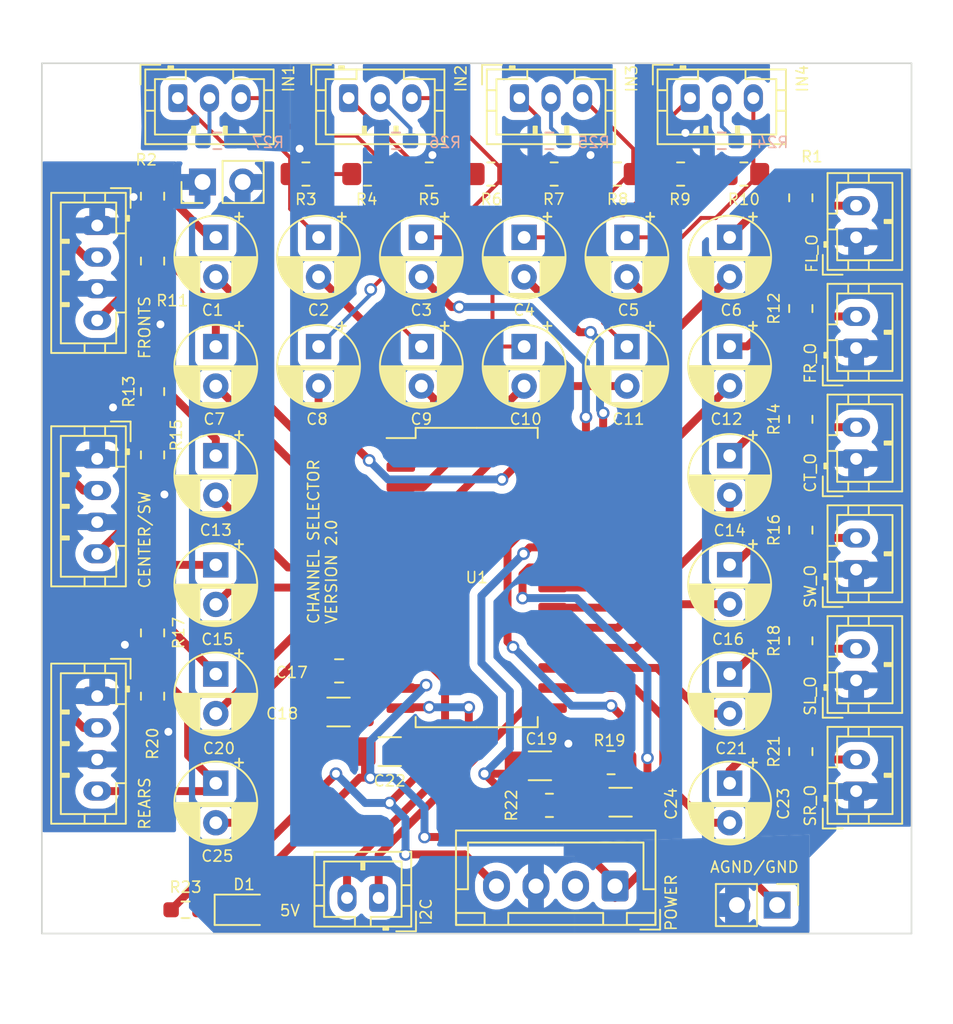
<source format=kicad_pcb>
(kicad_pcb (version 20221018) (generator pcbnew)
  (layers (0 "F.Cu" signal) (31 "B.Cu" signal) (34 "B.Paste" user) (35 "F.Paste" user) (36 "B.SilkS" user "B.Silkscreen") (37 "F.SilkS" user "F.Silkscreen") (38 "B.Mask" user) (39 "F.Mask" user) (44 "Edge.Cuts" user))
  (net 0 "")
  (net 1 "SCL")
  (net 2 "SDA")
  (net 3 "GND")
  (net 4 "FLI")
  (net 5 "FRI")
  (net 6 "CTI")
  (net 7 "SUBI")
  (net 8 "SLI")
  (net 9 "SRI")
  (net 10 "FLO")
  (net 11 "FRO")
  (net 12 "SUBO")
  (net 13 "SLO")
  (net 14 "SRO")
  (net 15 "CTO")
  (net 16 "L1")
  (net 17 "R1")
  (net 18 "L2")
  (net 19 "R2")
  (net 20 "L3")
  (net 21 "R3")
  (net 22 "L4")
  (net 23 "R4")
  (net 24 "Net-(J1-Pin_1)")
  (net 25 "Net-(J2-Pin_1)")
  (net 26 "Net-(U1-VREF)")
  (net 27 "Net-(J11-Pin_2)")
  (net 28 "LPFIN")
  (net 29 "LPFOUT")
  (net 30 "MIX")
  (net 31 "Net-(J13-Pin_2)")
  (net 32 "Net-(J15-Pin_2)")
  (net 33 "Net-(D1-A)")
  (net 34 "5V")
  (net 35 "AGND")
  (net 36 "Net-(J1-Pin_3)")
  (net 37 "Net-(J2-Pin_3)")
  (net 38 "Net-(J3-Pin_3)")
  (net 39 "Net-(J3-Pin_1)")
  (net 40 "Net-(J1-Pin_2)")
  (net 41 "Net-(J2-Pin_2)")
  (net 42 "Net-(J3-Pin_2)")
  (net 43 "5CHGND")
  (net 44 "Net-(J4-Pin_3)")
  (net 45 "Net-(J4-Pin_1)")
  (net 46 "Net-(J17-Pin_2)")
  (net 47 "Net-(C24-Pad2)")
  (net 48 "Net-(J4-Pin_2)")
  (net 49 "DAC_FL")
  (net 50 "Net-(J9-Pin_2)")
  (net 51 "Net-(J7-Pin_2)")
  (net 52 "DAC_FR")
  (net 53 "3V3")
  (net 54 "DAC_CT")
  (net 55 "DAC_SW")
  (net 56 "DAC_RL")
  (net 57 "DAC_RR")
  (footprint "Connector_JST:JST_PH_B2B-PH-K_1x02_P2.00mm_Vertical" (layer "F.Cu") (at 133.8 115.75 180)
    (fp_text reference "J19" hide)
    (fp_text value "Conn_01x02_Male")
  )
  (footprint "Capacitor_THT:CP_Radial_D5.0mm_P2.50mm" (layer "F.Cu") (at 156 74 -90)
    (fp_text reference "C6")
    (fp_text value "10U")
  )
  (footprint "Resistor_SMD:R_0805_2012Metric_Pad1.20x1.40mm_HandSolder" (layer "F.Cu") (at 140.9 70 180)
    (fp_text reference "R6")
    (fp_text value "100K")
  )
  (footprint "MountingHole:MountingHole_3.2mm_M3" (layer "F.Cu") (at 165 115.5)
    (fp_text reference "H4" hide)
    (fp_text value "MountingHole")
  )
  (footprint "Resistor_SMD:R_0805_2012Metric_Pad1.20x1.40mm_HandSolder" (layer "F.Cu") (at 133.1 70 180)
    (fp_text reference "R4")
    (fp_text value "100K")
  )
  (footprint "Resistor_SMD:R_0805_2012Metric_Pad1.20x1.40mm_HandSolder" (layer "F.Cu") (at 152.9 70 180)
    (fp_text reference "R9")
    (fp_text value "100K")
  )
  (footprint "Capacitor_THT:CP_Radial_D5.0mm_P2.50mm" (layer "F.Cu") (at 123.5 101.6 -90)
    (fp_text reference "C20")
    (fp_text value "10U")
  )
  (footprint "Connector_JST:JST_PH_B4B-PH-K_1x04_P2.00mm_Vertical" (layer "F.Cu") (at 116 88 -90)
    (fp_text reference "J10" hide)
    (fp_text value "Conn_01x04_Pin")
  )
  (footprint "Connector_JST:JST_PH_B2B-PH-K_1x02_P2.00mm_Vertical" (layer "F.Cu") (at 164 95 90)
    (fp_text reference "J13" hide)
    (fp_text value "CTO")
  )
  (footprint "Capacitor_THT:CP_Radial_D5.0mm_P2.50mm" (layer "F.Cu") (at 143 74 -90)
    (fp_text reference "C4")
    (fp_text value "10U")
  )
  (footprint "Connector_JST:JST_PH_B2B-PH-K_1x02_P2.00mm_Vertical" (layer "F.Cu") (at 164 81 90)
    (fp_text reference "J9" hide)
    (fp_text value "Conn_01x02_Male")
  )
  (footprint "Connector_JST:JST_PH_B3B-PH-K_1x03_P2.00mm_Vertical" (layer "F.Cu") (at 142.7 65.2)
    (fp_text reference "J3" hide)
    (fp_text value "Conn_01x03_Pin")
  )
  (footprint "Resistor_SMD:R_0805_2012Metric_Pad1.20x1.40mm_HandSolder" (layer "F.Cu") (at 148.9 70 180)
    (fp_text reference "R8")
    (fp_text value "100K")
  )
  (footprint "Capacitor_THT:CP_Radial_D5.0mm_P2.50mm" (layer "F.Cu") (at 130 74 -90)
    (fp_text reference "C2")
    (fp_text value "10U")
  )
  (footprint "Capacitor_SMD:C_1206_3216Metric_Pad1.33x1.80mm_HandSolder" (layer "F.Cu") (at 131.2625 104 180)
    (fp_text reference "C18")
    (fp_text value "10U")
  )
  (footprint "Connector_JST:JST_PH_B2B-PH-K_1x02_P2.00mm_Vertical" (layer "F.Cu") (at 164 88 90)
    (fp_text reference "J11" hide)
    (fp_text value "Conn_01x02_Male")
  )
  (footprint "Resistor_SMD:R_0805_2012Metric_Pad1.20x1.40mm_HandSolder" (layer "F.Cu") (at 148.5 107.2 180)
    (fp_text reference "R19")
    (fp_text value "24K")
  )
  (footprint "Connector_JST:JST_PH_B2B-PH-K_1x02_P2.00mm_Vertical" (layer "F.Cu") (at 164 102 90)
    (fp_text reference "J15" hide)
    (fp_text value "Conn_01x02_Male")
  )
  (footprint "Connector_JST:JST_PH_B3B-PH-K_1x03_P2.00mm_Vertical" (layer "F.Cu") (at 131.9 65.2)
    (fp_text reference "J2" hide)
    (fp_text value "Conn_01x03_Pin")
  )
  (footprint "Connector_JST:JST_PH_B3B-PH-K_1x03_P2.00mm_Vertical" (layer "F.Cu") (at 153.5 65.2)
    (fp_text reference "J4" hide)
    (fp_text value "Conn_01x03_Pin")
  )
  (footprint "Connector_JST:JST_PH_B2B-PH-K_1x02_P2.00mm_Vertical" (layer "F.Cu") (at 164 74 90)
    (fp_text reference "J7" hide)
    (fp_text value "Conn_01x02_Male")
  )
  (footprint "Resistor_SMD:R_0805_2012Metric_Pad1.20x1.40mm_HandSolder" (layer "F.Cu") (at 119.5 75.5 -90)
    (fp_text reference "R11")
    (fp_text value "10K")
  )
  (footprint "Resistor_SMD:R_0805_2012Metric_Pad1.20x1.40mm_HandSolder" (layer "F.Cu") (at 160.5 78.5 -90)
    (fp_text reference "R12")
    (fp_text value "100K")
  )
  (footprint "Resistor_SMD:R_0805_2012Metric_Pad1.20x1.40mm_HandSolder" (layer "F.Cu") (at 160.5 71.5 -90)
    (fp_text reference "R1")
    (fp_text value "100K")
  )
  (footprint "Resistor_SMD:R_0805_2012Metric_Pad1.20x1.40mm_HandSolder" (layer "F.Cu") (at 119.5 87.75 -90)
    (fp_text reference "R15")
    (fp_text value "10K")
  )
  (footprint "Resistor_SMD:R_0805_2012Metric_Pad1.20x1.40mm_HandSolder" (layer "F.Cu") (at 160.5 85.5 -90)
    (fp_text reference "R14")
    (fp_text value "100K")
  )
  (footprint "Capacitor_THT:CP_Radial_D5.0mm_P2.50mm" (layer "F.Cu") (at 136.5 74 -90)
    (fp_text reference "C3")
    (fp_text value "10U")
  )
  (footprint "Capacitor_THT:CP_Radial_D5.0mm_P2.50mm" (layer "F.Cu") (at 143 80.9 -90)
    (fp_text reference "C10")
    (fp_text value "10U")
  )
  (footprint "MountingHole:MountingHole_3.2mm_M3" (layer "F.Cu") (at 115 65.5)
    (fp_text reference "H1" hide)
    (fp_text value "MountingHole")
  )
  (footprint "Package_SO:SOIC-28W_7.5x18.7mm_P1.27mm" (layer "F.Cu") (at 140 95.5)
    (fp_text reference "U1")
    (fp_text value "AX2358")
  )
  (footprint "Capacitor_THT:CP_Radial_D5.0mm_P2.50mm" (layer "F.Cu") (at 123.5 94.7 -90)
    (fp_text reference "C15")
    (fp_text value "10U")
  )
  (footprint "Capacitor_THT:CP_Radial_D5.0mm_P2.50mm" (layer "F.Cu") (at 130 80.9 -90)
    (fp_text reference "C8")
    (fp_text value "10U")
  )
  (footprint "Connector_JST:JST_XH_B4B-XH-A_1x04_P2.50mm_Vertical" (layer "F.Cu") (at 148.75 115 180)
    (fp_text reference "J6" hide)
    (fp_text value "Conn_01x04_Pin")
  )
  (footprint "Capacitor_THT:CP_Radial_D5.0mm_P2.50mm" (layer "F.Cu") (at 156 101.6 -90)
    (fp_text reference "C21")
    (fp_text value "10U")
  )
  (footprint "Connector_JST:JST_PH_B4B-PH-K_1x04_P2.00mm_Vertical" (layer "F.Cu") (at 116 103 -90)
    (fp_text reference "J12" hide)
    (fp_text value "Conn_01x04_Pin")
  )
  (footprint "Connector_PinHeader_2.54mm:PinHeader_1x02_P2.54mm_Vertical" (layer "F.Cu") (at 122.66 70.5 90)
    (fp_text reference "J5" hide)
    (fp_text value "Conn_01x02_Pin")
  )
  (footprint "Capacitor_THT:CP_Radial_D5.0mm_P2.50mm" (layer "F.Cu") (at 156 108.5 -90)
    (fp_text reference "C23")
    (fp_text value "10U")
  )
  (footprint "Resistor_SMD:R_0805_2012Metric_Pad1.20x1.40mm_HandSolder" (layer "F.Cu") (at 119.5 99 -90)
    (fp_text reference "R17")
    (fp_text value "10K")
  )
  (footprint "Resistor_SMD:R_0805_2012Metric_Pad1.20x1.40mm_HandSolder" (layer "F.Cu") (at 144.6 109.9 180)
    (fp_text reference "R22")
    (fp_text value "24K")
  )
  (footprint "Capacitor_SMD:C_0805_2012Metric_Pad1.18x1.45mm_HandSolder" (layer "F.Cu") (at 131.3 101.4 180)
    (fp_text reference "C17")
    (fp_text value "0.1U")
  )
  (footprint "Capacitor_THT:CP_Radial_D5.0mm_P2.50mm" (layer "F.Cu") (at 123.5 87.8 -90)
    (fp_text reference "C13")
    (fp_text value "10U")
  )
  (footprint "Capacitor_THT:CP_Radial_D5.0mm_P2.50mm" (layer "F.Cu") (at 156 94.689888 -90)
    (fp_text reference "C16")
    (fp_text value "10U")
  )
  (footprint "Capacitor_THT:CP_Radial_D5.0mm_P2.50mm" (layer "F.Cu") (at 156 80.889888 -90)
    (fp_text reference "C12")
    (fp_text value "10U")
  )
  (footprint "Resistor_SMD:R_0805_2012Metric_Pad1.20x1.40mm_HandSolder" (layer "F.Cu") (at 156.9 70 180)
    (fp_text reference "R10")
    (fp_text value "100K")
  )
  (footprint "Resistor_SMD:R_0805_2012Metric_Pad1.20x1.40mm_HandSolder" (layer "F.Cu") (at 129.2 70 180)
    (fp_text reference "R3")
    (fp_text value "100K")
  )
  (footprint "Connector_JST:JST_PH_B3B-PH-K_1x03_P2.00mm_Vertical" (layer "F.Cu") (at 121.1 65.2)
    (fp_text reference "J1" hide)
    (fp_text value "Conn_01x03_Pin")
  )
  (footprint "Capacitor_THT:CP_Radial_D5.0mm_P2.50mm" (layer "F.Cu") (at 123.5 80.9 -90)
    (fp_text reference "C7")
    (fp_text value "10U")
  )
  (footprint "Capacitor_SMD:C_1206_3216Metric_Pad1.33x1.80mm_HandSolder" (layer "F.Cu") (at 144 107.4 180)
    (fp_text reference "C19")
    (fp_text value "47N C0G")
  )
  (footprint "Capacitor_THT:CP_Radial_D5.0mm_P2.50mm" (layer "F.Cu") (at 149.5 80.9 -90)
    (fp_text reference "C11")
    (fp_text value "10U")
  )
  (footprint "Resistor_SMD:R_0805_2012Metric_Pad1.20x1.40mm_HandSolder" (layer "F.Cu") (at 160.5 106.5 -90)
    (fp_text reference "R21")
    (fp_text value "100K")
  )
  (footprint "Capacitor_THT:CP_Radial_D5.0mm_P2.50mm" (layer "F.Cu") (at 156 87.8 -90)
    (fp_text reference "C14")
    (fp_text value "10U")
  )
  (footprint "Resistor_SMD:R_0805_2012Metric_Pad1.20x1.40mm_HandSolder" (layer "F.Cu") (at 160.5 99.5 -90)
    (fp_text reference "R18")
    (fp_text value "100K")
  )
  (footprint "Resistor_SMD:R_0805_2012Metric_Pad1.20x1.40mm_HandSolder" (layer "F.Cu") (at 119.5 83.75 -90)
    (fp_text reference "R13")
    (fp_text value "10K")
  )
  (footprint "LED_SMD:LED_0805_2012Metric_Pad1.15x1.40mm_HandSolder" (layer "F.Cu") (at 125.2875 116.5)
    (fp_text reference "D1")
    (fp_text value "YELLOW")
  )
  (footprint "Capacitor_THT:CP_Radial_D5.0mm_P2.50mm" (layer "F.Cu") (at 123.5 74 -90)
    (fp_text reference "C1")
    (fp_text value "10U")
  )
  (footprint "Resistor_SMD:R_0805_2012Metric_Pad1.20x1.40mm_HandSolder" (layer "F.Cu") (at 119.5 103 -90)
    (fp_text reference "R20")
    (fp_text value "10K")
  )
  (footprint "Resistor_SMD:R_0603_1608Metric_Pad0.98x0.95mm_HandSolder" (layer "F.Cu") (at 121.5875 116.5)
    (fp_text reference "R23")
    (fp_text value "1K")
  )
  (footprint "MountingHole:MountingHole_3.2mm_M3" (layer "F.Cu") (at 115 115.5)
    (fp_text reference "H3" hide)
    (fp_text value "MountingHole")
  )
  (footprint "Capacitor_SMD:C_1206_3216Metric_Pad1.33x1.80mm_HandSolder" (layer "F.Cu") (at 149.1 109.7 180)
    (fp_text reference "C24")
    (fp_text value "100N C0G")
  )
  (footprint "Capacitor_THT:CP_Radial_D5.0mm_P2.50mm" (layer "F.Cu") (at 123.5 108.5 -90)
    (fp_text reference "C25")
    (fp_text value "10U")
  )
  (footprint "MountingHole:MountingHole_3.2mm_M3" (layer "F.Cu") (at 165 65.5)
    (fp_text reference "H2" hide)
    (fp_text value "MountingHole")
  )
  (footprint "Connector_JST:JST_PH_B2B-PH-K_1x02_P2.00mm_Vertical" (layer "F.Cu") (at 164 109 90)
    (fp_text reference "J17" hide)
    (fp_text value "Conn_01x02_Male")
  )
  (footprint "Resistor_SMD:R_0805_2012Metric_Pad1.20x1.40mm_HandSolder" (layer "F.Cu") (at 160.5 92.5 -90)
    (fp_text reference "R16")
    (fp_text value "100K")
  )
  (footprint "Connector_PinHeader_2.54mm:PinHeader_1x02_P2.54mm_Vertical" (layer "F.Cu") (at 159 116.2 -90)
    (fp_text reference "J18" hide)
    (fp_text value "Conn_01x02_Socket")
  )
  (footprint "Resistor_SMD:R_0805_2012Metric_Pad1.20x1.40mm_HandSolder" (layer "F.Cu") (at 137 70 180)
    (fp_text reference "R5")
    (fp_text value "100K")
  )
  (footprint "Capacitor_THT:CP_Radial_D5.0mm_P2.50mm" (layer "F.Cu") (at 136.5 80.9 -90)
    (fp_text reference "C9")
    (fp_text value "10U")
  )
  (footprint "Connector_JST:JST_PH_B4B-PH-K_1x04_P2.00mm_Vertical" (layer "F.Cu") (at 116 73.25 -90)
    (fp_text reference "J8" hide)
    (fp_text value "Conn_01x04_Pin")
  )
  (footprint "Resistor_SMD:R_0805_2012Metric_Pad1.20x1.40mm_HandSolder" (layer "F.Cu") (at 144.9 70 180)
    (fp_text reference "R7")
    (fp_text value "100K")
  )
  (footprint "Capacitor_SMD:C_1206_3216Metric_Pad1.33x1.80mm_HandSolder" (layer "F.Cu") (at 134.5 106.5 180)
    (fp_text reference "C22")
    (fp_text value "10U")
  )
  (footprint "Capacitor_THT:CP_Radial_D5.0mm_P2.50mm" (layer "F.Cu") (at 149.5 74 -90)
    (fp_text reference "C5")
    (fp_text value "10U")
  )
  (footprint "Resistor_SMD:R_0805_2012Metric_Pad1.20x1.40mm_HandSolder" (layer "F.Cu") (at 119.5 71.4 -90)
    (fp_text reference "R2")
    (fp_text value "10K")
  )
  (footprint "Resistor_SMD:R_0603_1608Metric_Pad0.98x0.95mm_HandSolder" (layer "B.Cu") (at 155.5 67.9)
    (fp_text reference "R24")
    (fp_text value "15R")
  )
  (footprint "Resistor_SMD:R_0603_1608Metric_Pad0.98x0.95mm_HandSolder" (layer "B.Cu") (at 134.9 67.9)
    (fp_text reference "R26")
    (fp_text value "15R")
  )
  (footprint "Resistor_SMD:R_0603_1608Metric_Pad0.98x0.95mm_HandSolder" (layer "B.Cu") (at 144.6 67.9)
    (fp_text reference "R25")
    (fp_text value "15R")
  )
  (footprint "Resistor_SMD:R_0603_1608Metric_Pad0.98x0.95mm_HandSolder" (layer "B.Cu") (at 123.6 67.9 180)
    (fp_text reference "R27")
    (fp_text value "15R")
  )
  (gr_line (start 112.5 118) (end 167.5 118) (stroke (width 0.1)) (layer "Edge.Cuts"))
  (gr_line (start 112.5 63) (end 112.5 118) (stroke (width 0.1)) (layer "Edge.Cuts"))
  (gr_line (start 167.5 63) (end 167.5 118) (stroke (width 0.1)) (layer "Edge.Cuts"))
  (gr_line (start 167.5 63) (end 112.5 63) (stroke (width 0.1)) (layer "Edge.Cuts"))
  (gr_text "SL_O" (at 161.1 104.3 90) (layer "F.SilkS") (effects (font (size 0.7 0.7) (thickness 0.1)) (justify left)))
  (gr_text "FRONTS" (at 119 81.75 90) (layer "F.SilkS") (effects (font (size 0.7 0.7) (thickness 0.1)) (justify left)))
  (gr_text "SW_O" (at 161.1 97.5 90) (layer "F.SilkS") (effects (font (size 0.7 0.7) (thickness 0.1)) (justify left)))
  (gr_text "POWER" (at 152.3 117.9 90) (layer "F.SilkS") (effects (font (size 0.7 0.7) (thickness 0.1)) (justify left)))
  (gr_text "5V" (at 127.4875 116.55) (layer "F.SilkS") (effects (font (size 0.7 0.7) (thickness 0.1)) (justify left)))
  (gr_text "CHANNEL SELECTOR\nVERSION 2.0" (at 130.25 98.5 90) (layer "F.SilkS") (effects (font (size 0.7 0.7) (thickness 0.1)) (justify left)))
  (gr_text "IN4" (at 160.6 64.9 90) (layer "F.SilkS") (effects (font (size 0.7 0.7) (thickness 0.1)) (justify left)))
  (gr_text "SR_O\n" (at 161.1 111.3 90) (layer "F.SilkS") (effects (font (size 0.7 0.7) (thickness 0.1)) (justify left)))
  (gr_text "IN1\n" (at 128.1 64.9 90) (layer "F.SilkS") (effects (font (size 0.7 0.7) (thickness 0.1)) (justify left)))
  (gr_text "IN3" (at 149.8 64.9 90) (layer "F.SilkS") (effects (font (size 0.7 0.7) (thickness 0.1)) (justify left)))
  (gr_text "I2C" (at 136.8 117.55 90) (layer "F.SilkS") (effects (font (size 0.7 0.7) (thickness 0.1)) (justify left)))
  (gr_text "IN2" (at 139 64.9 90) (layer "F.SilkS") (effects (font (size 0.7 0.7) (thickness 0.1)) (justify left)))
  (gr_text "CENTER/SW" (at 119 96.25 90) (layer "F.SilkS") (effects (font (size 0.7 0.7) (thickness 0.1)) (justify left)))
  (gr_text "CT_O" (at 161.1 90.2 90) (layer "F.SilkS") (effects (font (size 0.7 0.7) (thickness 0.1)) (justify left)))
  (gr_text "AGND/GND" (at 154.7 113.8) (layer "F.SilkS") (effects (font (size 0.7 0.7) (thickness 0.1)) (justify left)))
  (gr_text "REARS" (at 119 111.5 90) (layer "F.SilkS") (effects (font (size 0.7 0.7) (thickness 0.1)) (justify left)))
  (gr_text "FL_O" (at 161.2 76.3 90) (layer "F.SilkS") (effects (font (size 0.7 0.7) (thickness 0.1)) (justify left)))
  (gr_text "FR_O" (at 161.1 83.3 90) (layer "F.SilkS") (effects (font (size 0.7 0.7) (thickness 0.1)) (justify left)))
  (segment (start 133.8 115.6) (end 133.8 113.03137) (width 0.5) (layer "F.Cu") (net 1))
  (segment (start 143.07637 103.755) (end 144.8 103.755) (width 0.5) (layer "F.Cu") (net 1))
  (segment (start 133.8 113.03137) (end 143.07637 103.755) (width 0.5) (layer "F.Cu") (net 1))
  (segment (start 131.8 115.6) (end 131.8 113.9) (width 0.5) (layer "F.Cu") (net 2))
  (segment (start 131.8 113.9) (end 139.5 106.2) (width 0.5) (layer "F.Cu") (net 2))
  (segment (start 137 103.7) (end 135.255 103.7) (width 0.5) (layer "F.Cu") (net 2))
  (segment (start 139.5 106.2) (end 139.5 103.7) (width 0.5) (layer "F.Cu") (net 2))
  (segment (start 135.255 103.7) (end 135.2 103.755) (width 0.5) (layer "F.Cu") (net 2))
  (via (at 137 103.7) (size 0.8) (drill 0.5) (layers "F.Cu" "B.Cu") (net 2))
  (via (at 139.5 103.7) (size 0.8) (drill 0.5) (layers "F.Cu" "B.Cu") (net 2))
  (segment (start 137 103.7) (end 139.5 103.7) (width 0.5) (layer "B.Cu") (net 2))
  (segment (start 135.2 102.485) (end 136.615 102.485) (width 0.5) (layer "F.Cu") (net 3))
  (segment (start 145.9 111.9) (end 148.75 114.75) (width 0.5) (layer "F.Cu") (net 3))
  (segment (start 136.7 111.9) (end 145.9 111.9) (width 0.5) (layer "F.Cu") (net 3))
  (segment (start 129.7 104) (end 130.4375 104) (width 0.5) (layer "F.Cu") (net 3))
  (segment (start 124.2625 116.5) (end 132.6125 108.15) (width 0.5) (layer "F.Cu") (net 3))
  (segment (start 156.5 113.7) (end 150.8 113.7) (width 0.5) (layer "F.Cu") (net 3))
  (segment (start 150.8 113.7) (end 148.75 115.75) (width 0.5) (layer "F.Cu") (net 3))
  (segment (start 132.9375 106.5) (end 132.9375 107.815748) (width 0.5) (layer "F.Cu") (net 3))
  (segment (start 148.75 114.75) (end 148.75 115.75) (width 0.5) (layer "F.Cu") (net 3))
  (segment (start 156.5 113.7) (end 159 116.2) (width 0.5) (layer "F.Cu") (net 3))
  (segment (start 132.6125 108.15) (end 133.271752 108.15) (width 0.5) (layer "F.Cu") (net 3))
  (segment (start 130.4375 104) (end 132.9375 106.5) (width 0.5) (layer "F.Cu") (net 3))
  (segment (start 130.3625 101.9) (end 129.7 102.5625) (width 0.5) (layer "F.Cu") (net 3))
  (segment (start 136.615 102.485) (end 136.8 102.3) (width 0.5) (layer "F.Cu") (net 3))
  (segment (start 132.9375 107.815748) (end 133.271752 108.15) (width 0.5) (layer "F.Cu") (net 3))
  (segment (start 129.7 102.5625) (end 129.7 105) (width 0.5) (layer "F.Cu") (net 3))
  (via (at 133.271752 108.15) (size 0.8) (drill 0.5) (layers "F.Cu" "B.Cu") (net 3))
  (via (at 136.7 111.9) (size 0.8) (drill 0.5) (layers "F.Cu" "B.Cu") (net 3))
  (via (at 136.8 102.3) (size 0.8) (drill 0.5) (layers "F.Cu" "B.Cu") (net 3))
  (segment (start 136.8 102.3) (end 133.271752 105.828248) (width 0.5) (layer "B.Cu") (net 3))
  (segment (start 136.7 110.056497) (end 134.793503 108.15) (width 0.5) (layer "B.Cu") (net 3))
  (segment (start 136.7 111.9) (end 136.7 110.056497) (width 0.5) (layer "B.Cu") (net 3))
  (segment (start 134.793503 108.15) (end 133.271752 108.15) (width 0.5) (layer "B.Cu") (net 3))
  (segment (start 133.271752 105.828248) (end 133.271752 108.15) (width 0.5) (layer "B.Cu") (net 3))
  (segment (start 126.9 79.9) (end 123.5 76.5) (width 0.5) (layer "F.Cu") (net 4))
  (segment (start 126.9 84.644949) (end 126.9 79.9) (width 0.5) (layer "F.Cu") (net 4))
  (segment (start 134.580051 92.325) (end 126.9 84.644949) (width 0.5) (layer "F.Cu") (net 4))
  (segment (start 135.2 93.595) (end 133.695 93.595) (width 0.5) (layer "F.Cu") (net 5))
  (segment (start 133.695 93.595) (end 123.5 83.4) (width 0.5) (layer "F.Cu") (net 5))
  (segment (start 128.065 94.865) (end 123.5 90.3) (width 0.5) (layer "F.Cu") (net 6))
  (segment (start 135.2 94.865) (end 128.065 94.865) (width 0.5) (layer "F.Cu") (net 6))
  (segment (start 124.565 96.135) (end 123.5 97.2) (width 0.5) (layer "F.Cu") (net 7))
  (segment (start 135.2 96.135) (end 124.565 96.135) (width 0.5) (layer "F.Cu") (net 7))
  (segment (start 135.2 97.405) (end 130.195 97.405) (width 0.5) (layer "F.Cu") (net 8))
  (segment (start 130.195 97.405) (end 123.5 104.1) (width 0.5) (layer "F.Cu") (net 8))
  (segment (start 130.725 98.675) (end 126.4 103) (width 0.5) (layer "F.Cu") (net 9))
  (segment (start 125.4 111) (end 123.5 111) (width 0.5) (layer "F.Cu") (net 9))
  (segment (start 135.2 98.675) (end 130.725 98.675) (width 0.5) (layer "F.Cu") (net 9))
  (segment (start 126.4 103) (end 126.4 110) (width 0.5) (layer "F.Cu") (net 9))
  (segment (start 126.4 110) (end 125.4 111) (width 0.5) (layer "F.Cu") (net 9))
  (segment (start 147.865 96.135) (end 144.8 96.135) (width 0.5) (layer "F.Cu") (net 10))
  (segment (start 151.900499 92.099501) (end 147.865 96.135) (width 0.5) (layer "F.Cu") (net 10))
  (segment (start 151.900499 80.599501) (end 151.900499 92.099501) (width 0.5) (layer "F.Cu") (net 10))
  (segment (start 156 76.5) (end 151.900499 80.599501) (width 0.5) (layer "F.Cu") (net 10))
  (segment (start 152.7 86.689888) (end 152.7 93.2) (width 0.5) (layer "F.Cu") (net 11))
  (segment (start 148.495 97.405) (end 144.8 97.405) (width 0.5) (layer "F.Cu") (net 11))
  (segment (start 152.7 93.2) (end 148.495 97.405) (width 0.5) (layer "F.Cu") (net 11))
  (segment (start 156 83.389888) (end 152.7 86.689888) (width 0.5) (layer "F.Cu") (net 11))
  (segment (start 152.810112 97.189888) (end 150.055 99.945) (width 0.5) (layer "F.Cu") (net 12))
  (segment (start 150.055 99.945) (end 144.8 99.945) (width 0.5) (layer "F.Cu") (net 12))
  (segment (start 156 97.189888) (end 152.810112 97.189888) (width 0.5) (layer "F.Cu") (net 12))
  (segment (start 154.3 104.1) (end 151.415 101.215) (width 0.5) (layer "F.Cu") (net 13))
  (segment (start 151.415 101.215) (end 144.8 101.215) (width 0.5) (layer "F.Cu") (net 13))
  (segment (start 156 104.1) (end 154.3 104.1) (width 0.5) (layer "F.Cu") (net 13))
  (segment (start 151.8 104.3) (end 149.985 102.485) (width 0.5) (layer "F.Cu") (net 14))
  (segment (start 154.5 111) (end 151.8 108.3) (width 0.5) (layer "F.Cu") (net 14))
  (segment (start 149.985 102.485) (end 144.8 102.485) (width 0.5) (layer "F.Cu") (net 14))
  (segment (start 156 111) (end 154.5 111) (width 0.5) (layer "F.Cu") (net 14))
  (segment (start 151.8 108.3) (end 151.8 104.3) (width 0.5) (layer "F.Cu") (net 14))
  (segment (start 156 91.6) (end 156 90.3) (width 0.5) (layer "F.Cu") (net 15))
  (segment (start 144.8 98.675) (end 148.925 98.675) (width 0.5) (layer "F.Cu") (net 15))
  (segment (start 148.925 98.675) (end 156 91.6) (width 0.5) (layer "F.Cu") (net 15))
  (segment (start 135.2 87.245) (end 133.5 85.545) (width 0.5) (layer "F.Cu") (net 16))
  (segment (start 133.5 85.545) (end 133.5 80) (width 0.5) (layer "F.Cu") (net 16))
  (segment (start 133.5 80) (end 130 76.5) (width 0.5) (layer "F.Cu") (net 16))
  (segment (start 130 84.9) (end 130 83.4) (width 0.5) (layer "F.Cu") (net 17))
  (segment (start 144.8 87.245) (end 143.655 87.245) (width 0.5) (layer "F.Cu") (net 17))
  (segment (start 133.2 88.1) (end 130 84.9) (width 0.5) (layer "F.Cu") (net 17))
  (segment (start 143.655 87.245) (end 141.6 89.3) (width 0.5) (layer "F.Cu") (net 17))
  (via (at 133.2 88.1) (size 0.8) (drill 0.5) (layers "F.Cu" "B.Cu") (net 17))
  (via (at 141.6 89.3) (size 0.8) (drill 0.5) (layers "F.Cu" "B.Cu") (net 17))
  (segment (start 134.4 89.3) (end 133.2 88.1) (width 0.5) (layer "B.Cu") (net 17))
  (segment (start 141.6 89.3) (end 134.4 89.3) (width 0.5) (layer "B.Cu") (net 17))
  (segment (start 137.299999 84.199999) (end 137.299999 87.03495) (width 0.5) (layer "F.Cu") (net 18))
  (segment (start 137.299999 87.03495) (end 135.819949 88.515) (width 0.5) (layer "F.Cu") (net 18))
  (segment (start 136.5 83.4) (end 137.299999 84.199999) (width 0.5) (layer "F.Cu") (net 18))
  (segment (start 138.4 78.4) (end 136.5 76.5) (width 0.5) (layer "F.Cu") (net 19))
  (segment (start 145.419949 88.515) (end 146.911031 87.023918) (width 0.5) (layer "F.Cu") (net 19))
  (segment (start 146.911031 87.023918) (end 146.911031 85.353356) (width 0.5) (layer "F.Cu") (net 19))
  (segment (start 138.9 78.4) (end 138.4 78.4) (width 0.5) (layer "F.Cu") (net 19))
  (via (at 146.911031 85.353356) (size 0.8) (drill 0.5) (layers "F.Cu" "B.Cu") (net 19))
  (via (at 138.9 78.4) (size 0.8) (drill 0.5) (layers "F.Cu" "B.Cu") (net 19))
  (segment (start 138.9 78.4) (end 143.4 78.4) (width 0.5) (layer "B.Cu") (net 19))
  (segment (start 146.911031 81.911031) (end 146.911031 85.353356) (width 0.5) (layer "B.Cu") (net 19))
  (segment (start 143.4 78.4) (end 146.911031 81.911031) (width 0.5) (layer "B.Cu") (net 19))
  (segment (start 135.2 89.785) (end 136.615 89.785) (width 0.5) (layer "F.Cu") (net 20))
  (segment (start 136.615 89.785) (end 143 83.4) (width 0.5) (layer "F.Cu") (net 20))
  (segment (start 147.2 80) (end 146.5 80) (width 0.5) (layer "F.Cu") (net 21))
  (segment (start 148 89.6) (end 148 85.1) (width 0.5) (layer "F.Cu") (net 21))
  (segment (start 147.815 89.785) (end 148 89.6) (width 0.5) (layer "F.Cu") (net 21))
  (segment (start 144.8 89.785) (end 147.815 89.785) (width 0.5) (layer "F.Cu") (net 21))
  (segment (start 146.5 80) (end 143 76.5) (width 0.5) (layer "F.Cu") (net 21))
  (via (at 147.2 80) (size 0.8) (drill 0.5) (layers "F.Cu" "B.Cu") (net 21))
  (via (at 148 85.1) (size 0.8) (drill 0.5) (layers "F.Cu" "B.Cu") (net 21))
  (segment (start 147.2 80) (end 147.8 80.6) (width 0.5) (layer "B.Cu") (net 21))
  (segment (start 147.8 80.6) (end 147.8 84.9) (width 0.5) (layer "B.Cu") (net 21))
  (segment (start 147.8 84.9) (end 148 85.1) (width 0.5) (layer "B.Cu") (net 21))
  (segment (start 135.2 91.055) (end 138.045 91.055) (width 0.5) (layer "F.Cu") (net 22))
  (segment (start 138.045 91.055) (end 145.7 83.4) (width 0.5) (layer "F.Cu") (net 22))
  (segment (start 145.7 83.4) (end 149.5 83.4) (width 0.5) (layer "F.Cu") (net 22))
  (segment (start 149.5 76.5) (end 151.100998 78.100998) (width 0.5) (layer "F.Cu") (net 23))
  (segment (start 149.045 91.055) (end 144.8 91.055) (width 0.5) (layer "F.Cu") (net 23))
  (segment (start 151.100998 78.100998) (end 151.100998 88.999002) (width 0.5) (layer "F.Cu") (net 23))
  (segment (start 151.100998 88.999002) (end 149.045 91.055) (width 0.5) (layer "F.Cu") (net 23))
  (segment (start 128.2 70) (end 128.2 72.2) (width 0.25) (layer "F.Cu") (net 24))
  (segment (start 124 68.1) (end 121.1 65.2) (width 0.25) (layer "F.Cu") (net 24))
  (segment (start 128.2 70) (end 128.2 68.966727) (width 0.25) (layer "F.Cu") (net 24))
  (segment (start 127.333273 68.1) (end 124 68.1) (width 0.25) (layer "F.Cu") (net 24))
  (segment (start 128.2 72.2) (end 130 74) (width 0.25) (layer "F.Cu") (net 24))
  (segment (start 128.2 68.966727) (end 127.333273 68.1) (width 0.25) (layer "F.Cu") (net 24))
  (segment (start 136 69.3) (end 131.9 65.2) (width 0.25) (layer "F.Cu") (net 25))
  (segment (start 134.8 71.2) (end 136 70) (width 0.25) (layer "F.Cu") (net 25))
  (segment (start 136.5 80.9) (end 134.8 79.2) (width 0.25) (layer "F.Cu") (net 25))
  (segment (start 134.8 79.2) (end 134.8 71.2) (width 0.25) (layer "F.Cu") (net 25))
  (segment (start 136 70) (end 136 69.3) (width 0.25) (layer "F.Cu") (net 25))
  (segment (start 134.580051 101.215) (end 132.825 102.970051) (width 0.5) (layer "F.Cu") (net 26))
  (segment (start 132.825 102.970051) (end 132.825 104) (width 0.5) (layer "F.Cu") (net 26))
  (segment (start 162 86) (end 160.5 84.5) (width 0.5) (layer "F.Cu") (net 27))
  (segment (start 164 86) (end 162 86) (width 0.5) (layer "F.Cu") (net 27))
  (segment (start 156 87.8) (end 159.3 84.5) (width 0.5) (layer "F.Cu") (net 27))
  (segment (start 159.3 84.5) (end 160.5 84.5) (width 0.5) (layer "F.Cu") (net 27))
  (segment (start 143.359013 93.595) (end 142.962316 93.991697) (width 0.5) (layer "F.Cu") (net 28))
  (segment (start 144.8 93.595) (end 143.359013 93.595) (width 0.5) (layer "F.Cu") (net 28))
  (segment (start 143.7 109.9) (end 142.5 109.9) (width 0.5) (layer "F.Cu") (net 28))
  (segment (start 142.5 109.9) (end 140.5 107.9) (width 0.5) (layer "F.Cu") (net 28))
  (segment (start 142.3375 107.9) (end 140.5 107.9) (width 0.5) (layer "F.Cu") (net 28))
  (via (at 140.5 107.9) (size 0.8) (drill 0.5) (layers "F.Cu" "B.Cu") (net 28))
  (via (at 142.962316 93.991697) (size 0.8) (drill 0.5) (layers "F.Cu" "B.Cu") (net 28))
  (segment (start 142.1 106.3) (end 140.5 107.9) (width 0.5) (layer "B.Cu") (net 28))
  (segment (start 142.1 102.7) (end 142.1 106.3) (width 0.5) (layer "B.Cu") (net 28))
  (segment (start 140.3 100.9) (end 142.1 102.7) (width 0.5) (layer "B.Cu") (net 28))
  (segment (start 142.962316 93.991697) (end 140.3 96.654013) (width 0.5) (layer "B.Cu") (net 28))
  (segment (start 140.3 96.654013) (end 140.3 100.9) (width 0.5) (layer "B.Cu") (net 28))
  (segment (start 142.9 95.3) (end 143.335 94.865) (width 0.5) (layer "F.Cu") (net 29))
  (segment (start 150.8 106.9) (end 150.8 109.9625) (width 0.5) (layer "F.Cu") (net 29))
  (segment (start 142.9 96.8) (end 142.9 95.3) (width 0.5) (layer "F.Cu") (net 29))
  (segment (start 143.335 94.865) (end 144.8 94.865) (width 0.5) (layer "F.Cu") (net 29))
  (via (at 142.9 96.8) (size 0.8) (drill 0.5) (layers "F.Cu" "B.Cu") (net 29))
  (via (at 150.8 106.9) (size 0.8) (drill 0.5) (layers "F.Cu" "B.Cu") (net 29))
  (segment (start 142.9 96.8) (end 146.3 96.8) (width 0.5) (layer "B.Cu") (net 29))
  (segment (start 146.3 96.8) (end 150.8 101.3) (width 0.5) (layer "B.Cu") (net 29))
  (segment (start 150.8 101.3) (end 150.8 106.9) (width 0.5) (layer "B.Cu") (net 29))
  (segment (start 141.9505 99.5505) (end 142.3 99.9) (width 0.5) (layer "F.Cu") (net 30))
  (segment (start 149.5 107.2) (end 149.5 104.6) (width 0.5) (layer "F.Cu") (net 30))
  (segment (start 149.5 104.6) (end 148.5 103.6) (width 0.5) (layer "F.Cu") (net 30))
  (segment (start 143.175 92.325) (end 141.9505 93.5495) (width 0.5) (layer "F.Cu") (net 30))
  (segment (start 144.8 92.325) (end 143.175 92.325) (width 0.5) (layer "F.Cu") (net 30))
  (segment (start 141.9505 93.5495) (end 141.9505 99.5505) (width 0.5) (layer "F.Cu") (net 30))
  (via (at 148.5 103.6) (size 0.8) (drill 0.5) (layers "F.Cu" "B.Cu") (net 30))
  (via (at 142.3 99.9) (size 0.8) (drill 0.5) (layers "F.Cu" "B.Cu") (net 30))
  (segment (start 148.5 103.6) (end 146 103.6) (width 0.5) (layer "B.Cu") (net 30))
  (segment (start 146 103.6) (end 142.3 99.9) (width 0.5) (layer "B.Cu") (net 30))
  (segment (start 164 93) (end 162 93) (width 0.5) (layer "F.Cu") (net 31))
  (segment (start 156.310112 94.689888) (end 159.5 91.5) (width 0.5) (layer "F.Cu") (net 31))
  (segment (start 162 93) (end 160.5 91.5) (width 0.5) (layer "F.Cu") (net 31))
  (segment (start 159.5 91.5) (end 160.5 91.5) (width 0.5) (layer "F.Cu") (net 31))
  (segment (start 159.3 98.5) (end 160.5 98.5) (width 0.5) (layer "F.Cu") (net 32))
  (segment (start 156.2 101.6) (end 159.3 98.5) (width 0.5) (layer "F.Cu") (net 32))
  (segment (start 164 100) (end 162 100) (width 0.5) (layer "F.Cu") (net 32))
  (segment (start 162 100) (end 160.5 98.5) (width 0.5) (layer "F.Cu") (net 32))
  (segment (start 123.606128 117.75) (end 122.5 116.643872) (width 0.5) (layer "F.Cu") (net 33))
  (segment (start 124.918872 117.75) (end 123.606128 117.75) (width 0.5) (layer "F.Cu") (net 33))
  (segment (start 126.168872 116.5) (end 124.918872 117.75) (width 0.5) (layer "F.Cu") (net 33))
  (segment (start 120.675 116.5) (end 122.775 114.4) (width 0.5) (layer "F.Cu") (net 34))
  (segment (start 138.1 102.1) (end 138 102.2) (width 0.5) (layer "F.Cu") (net 34))
  (segment (start 136.0625 106.5) (end 137.4 106.5) (width 0.5) (layer "F.Cu") (net 34))
  (segment (start 136.0625 108.1875) (end 134.5 109.75) (width 0.5) (layer "F.Cu") (net 34))
  (segment (start 139.25 113) (end 135.5 113) (width 0.5) (layer "F.Cu") (net 34))
  (segment (start 135.2 99.945) (end 135.945 99.945) (width 0.5) (layer "F.Cu") (net 34))
  (segment (start 122.775 114.4) (end 124.6 114.4) (width 0.5) (layer "F.Cu") (net 34))
  (segment (start 124.6 114.4) (end 131.1 107.9) (width 0.5) (layer "F.Cu") (net 34))
  (segment (start 136.0625 106.5) (end 136.0625 108.1875) (width 0.5) (layer "F.Cu") (net 34))
  (segment (start 133.7925 99.945) (end 135.2 99.945) (width 0.5) (layer "F.Cu") (net 34))
  (segment (start 141.25 115) (end 139.25 113) (width 0.5) (layer "F.Cu") (net 34))
  (segment (start 138 102.2) (end 138 105.9) (width 0.5) (layer "F.Cu") (net 34))
  (segment (start 137.4 106.5) (end 138 105.9) (width 0.5) (layer "F.Cu") (net 34))
  (segment (start 135.945 99.945) (end 138.1 102.1) (width 0.5) (layer "F.Cu") (net 34))
  (segment (start 132.3375 101.4) (end 133.7925 99.945) (width 0.5) (layer "F.Cu") (net 34))
  (via (at 131.1 107.9) (size 0.8) (drill 0.5) (layers "F.Cu" "B.Cu") (net 34))
  (via (at 135.5 113) (size 0.8) (drill 0.5) (layers "F.Cu" "B.Cu") (net 34))
  (via (at 134.5 109.75) (size 0.8) (drill 0.5) (layers "F.Cu" "B.Cu") (net 34))
  (segment (start 131.1 107.9) (end 132.95 109.75) (width 0.5) (layer "B.Cu") (net 34))
  (segment (start 135.5 113) (end 135.5 110.75) (width 0.5) (layer "B.Cu") (net 34))
  (segment (start 132.95 109.75) (end 134.5 109.75) (width 0.5) (layer "B.Cu") (net 34))
  (segment (start 135.5 110.75) (end 134.5 109.75) (width 0.5) (layer "B.Cu") (net 34))
  (segment (start 162 109) (end 160.5 107.5) (width 0.5) (layer "F.Cu") (net 35))
  (segment (start 164 102) (end 162 102) (width 0.5) (layer "F.Cu") (net 35))
  (segment (start 137.8 68.8) (end 137.2 68.8) (width 0.25) (layer "F.Cu") (net 35))
  (segment (start 145.9 70) (end 146.9 70) (width 0.25) (layer "F.Cu") (net 35))
  (segment (start 154.9 70) (end 155.9 70) (width 0.25) (layer "F.Cu") (net 35))
  (segment (start 146.9 70) (end 146.9 69.1) (width 0.25) (layer "F.Cu") (net 35))
  (segment (start 139 70) (end 138 70) (width 0.25) (layer "F.Cu") (net 35))
  (segment (start 146.9 69.1) (end 147.2 68.8) (width 0.25) (layer "F.Cu") (net 35))
  (segment (start 162 74) (end 160.5 72.5) (width 0.5) (layer "F.Cu") (net 35))
  (segment (start 162 81) (end 160.5 79.5) (width 0.5) (layer "F.Cu") (net 35))
  (segment (start 162 88) (end 160.5 86.5) (width 0.5) (layer "F.Cu") (net 35))
  (segment (start 162 95) (end 160.5 93.5) (width 0.5) (layer "F.Cu") (net 35))
  (segment (start 139.9 70) (end 139 70) (width 0.25) (layer "F.Cu") (net 35))
  (segment (start 145.5625 106.2375) (end 145.8 106) (width 0.5) (layer "F.Cu") (net 35))
  (segment (start 153.2 68.3) (end 153.2 67.400002) (width 0.25) (layer "F.Cu") (net 35))
  (segment (start 153.9 70) (end 154.9 70) (width 0.25) (layer "F.Cu") (net 35))
  (segment (start 130.2 69.8) (end 128.8 68.4) (width 0.25) (layer "F.Cu") (net 35))
  (segment (start 162 102) (end 160.5 100.5) (width 0.5) (layer "F.Cu") (net 35))
  (segment (start 145.5625 107.8) (end 145.5625 106.2375) (width 0.5) (layer "F.Cu") (net 35))
  (segment (start 164 95) (end 162 95) (width 0.5) (layer "F.Cu") (net 35))
  (segment (start 164 88) (end 162 88) (width 0.5) (layer "F.Cu") (net 35))
  (segment (start 164 74) (end 162 74) (width 0.5) (layer "F.Cu") (net 35))
  (segment (start 139 70) (end 137.8 68.8) (width 0.25) (layer "F.Cu") (net 35))
  (segment (start 164 109) (end 162 109) (width 0.5) (layer "F.Cu") (net 35))
  (segment (start 164 81) (end 162 81) (width 0.5) (layer "F.Cu") (net 35))
  (segment (start 154.9 70) (end 153.2 68.3) (width 0.25) (layer "F.Cu") (net 35))
  (segment (start 132.1 70) (end 130.2 70) (width 0.25) (layer "F.Cu") (net 35))
  (segment (start 146.9 70) (end 147.9 70) (width 0.25) (layer "F.Cu") (net 35))
  (via (at 137.2 68.8) (size 0.8) (drill 0.5) (layers "F.Cu" "B.Cu") (net 35))
  (via (at 147.2 68.8) (size 0.8) (drill 0.5) (layers "F.Cu" "B.Cu") (net 35))
  (via (at 128.8 68.4) (size 0.8) (drill 0.5) (layers "F.Cu" "B.Cu") (net 35))
  (via (at 145.8 106) (size 0.8) (drill 0.5) (layers "F.Cu" "B.Cu") (net 35))
  (via (at 153.2 67.400002) (size 0.8) (drill 0.5) (layers "F.Cu" "B.Cu") (net 35))
  (segment (start 126.4 114.2) (end 129.6 117.4) (width 0.8) (layer "B.Cu") (net 35))
  (segment (start 125.2 113.8) (end 125.6 114.2) (width 0.8) (layer "B.Cu") (net 35))
  (segment (start 125.6 114.2) (end 126.4 114.2) (width 0.8) (layer "B.Cu") (net 35))
  (segment (start 134.1 70) (end 134.1 69.3) (width 0.25) (layer "F.Cu") (net 36))
  (segment (start 134.1 69.3) (end 132.375 67.575) (width 0.25) (layer "F.Cu") (net 36))
  (segment (start 134.1 76.5) (end 134.1 70) (width 0.25) (layer "F.Cu") (net 36))
  (segment (start 133.3 77.3) (end 134.1 76.5) (width 0.25) (layer "F.Cu") (net 36))
  (segment (start 128.775 67.575) (end 126.4 65.2) (width 0.25) (layer "F.Cu") (net 36))
  (segment (start 132.375 67.575) (end 128.775 67.575) (width 0.25) (layer "F.Cu") (net 36))
  (segment (start 126.4 65.2) (end 125.1 65.2) (width 0.25) (layer "F.Cu") (net 36))
  (via (at 133.3 77.3) (size 0.8) (drill 0.5) (layers "F.Cu" "B.Cu") (net 36))
  (segment (start 133.3 77.6) (end 133.3 77.3) (width 0.25) (layer "B.Cu") (net 36))
  (segment (start 130 80.9) (end 133.3 77.6) (width 0.25) (layer "B.Cu") (net 36))
  (segment (start 137.1 65.2) (end 141.9 70) (width 0.25) (layer "F.Cu") (net 37))
  (segment (start 135.9 65.2) (end 137.1 65.2) (width 0.25) (layer "F.Cu") (net 37))
  (segment (start 137.9 74) (end 136.5 74) (width 0.25) (layer "F.Cu") (net 37))
  (segment (start 141.9 70) (end 137.9 74) (width 0.25) (layer "F.Cu") (net 37))
  (segment (start 146.7 65.2) (end 149.9 68.4) (width 0.25) (layer "F.Cu") (net 38))
  (segment (start 149.9 68.4) (end 149.9 70) (width 0.25) (layer "F.Cu") (net 38))
  (segment (start 149.654596 70) (end 145.654596 74) (width 0.25) (layer "F.Cu") (net 38))
  (segment (start 145.654596 74) (end 143 74) (width 0.25) (layer "F.Cu") (net 38))
  (segment (start 143.9 70.4) (end 141 73.3) (width 0.25) (layer "F.Cu") (net 39))
  (segment (start 141 73.3) (end 141 80.3) (width 0.25) (layer "F.Cu") (net 39))
  (segment (start 143.9 66.4) (end 142.7 65.2) (width 0.25) (layer "F.Cu") (net 39))
  (segment (start 143.9 70) (end 143.9 66.4) (width 0.25) (layer "F.Cu") (net 39))
  (segment (start 141.4 80.9) (end 143 80.9) (width 0.25) (layer "F.Cu") (net 39))
  (segment (start 141 80.3) (end 140.9 80.4) (width 0.25) (layer "F.Cu") (net 39))
  (segment (start 140.9 80.4) (end 141.4 80.9) (width 0.25) (layer "F.Cu") (net 39))
  (segment (start 123.1 65.2) (end 123.1 67.4875) (width 0.25) (layer "B.Cu") (net 40))
  (segment (start 123.1 67.4875) (end 122.6875 67.9) (width 0.25) (layer "B.Cu") (net 40))
  (segment (start 135.8125 67.1125) (end 135.8125 67.9) (width 0.25) (layer "B.Cu") (net 41))
  (segment (start 133.9 65.2) (end 135.8125 67.1125) (width 0.25) (layer "B.Cu") (net 41))
  (segment (start 144.7 65.2) (end 144.7 67.0875) (width 0.25) (layer "B.Cu") (net 42))
  (segment (start 144.7 67.0875) (end 145.5125 67.9) (width 0.25) (layer "B.Cu") (net 42))
  (segment (start 119.5 104.25) (end 120.5 105.25) (width 0.5) (layer "F.Cu") (net 43))
  (segment (start 119.249621 72.4) (end 118.299621 71.45) (width 0.5) (layer "F.Cu") (net 43))
  (segment (start 119.5 76.5) (end 119.5 78.999998) (width 0.5) (layer "F.Cu") (net 43))
  (segment (start 118 100) (end 117.75 99.75) (width 0.5) (layer "F.Cu") (net 43))
  (segment (start 119.5 84.75) (end 117 84.75) (width 0.5) (layer "F.Cu") (net 43))
  (segment (start 119.5 104) (end 119.5 104.25) (width 0.5) (layer "F.Cu") (net 43))
  (segment (start 119.5 88.75) (end 119.5 89.5) (width 0.5) (layer "F.Cu") (net 43))
  (segment (start 119.5 89.5) (end 120.25 90.25) (width 0.5) (layer "F.Cu") (net 43))
  (segment (start 119.5 100) (end 118 100) (width 0.5) (layer "F.Cu") (net 43))
  (segment (start 119.5 78.999998) (end 120 79.499998) (width 0.5) (layer "F.Cu") (net 43))
  (via (at 117 84.75) (size 0.8) (drill 0.5) (layers "F.Cu" "B.Cu") (net 43))
  (via (at 120.5 105.25) (size 0.8) (drill 0.5) (layers "F.Cu" "B.Cu") (net 43))
  (via (at 120 79.499998) (size 0.8) (drill 0.5) (layers "F.Cu" "B.Cu") (net 43))
  (via (at 120.25 90.25) (size 0.8) (drill 0.5) (layers "F.Cu" "B.Cu") (net 43))
  (via (at 118.299621 71.45) (size 0.8) (drill 0.5) (layers "F.Cu" "B.Cu") (net 43))
  (via (at 117.75 99.75) (size 0.8) (drill 0.5) (layers "F.Cu" "B.Cu") (net 43))
  (segment (start 155.125 72.775) (end 157.9 70) (width 0.25) (layer "F.Cu") (net 44))
  (segment (start 157.5 65.2) (end 157.5 69.6) (width 0.25) (layer "F.Cu") (net 44))
  (segment (start 154.191727 72.775) (end 155.125 72.775) (width 0.25) (layer "F.Cu") (net 44))
  (segment (start 152.966727 74) (end 154.191727 72.775) (width 0.25) (layer "F.Cu") (net 44))
  (segment (start 149.5 74) (end 152.966727 74) (width 0.25) (layer "F.Cu") (net 44))
  (segment (start 151.9 66.8) (end 153.5 65.2) (width 0.25) (layer "F.Cu") (net 45))
  (segment (start 151.9 70) (end 149.3 72.6) (width 0.25) (layer "F.Cu") (net 45))
  (segment (start 148.3 72.6) (end 148 72.9) (width 0.25) (layer "F.Cu") (net 45))
  (segment (start 148 72.9) (end 148 79.4) (width 0.25) (layer "F.Cu") (net 45))
  (segment (start 151.9 70) (end 151.9 66.8) (width 0.25) (layer "F.Cu") (net 45))
  (segment (start 148 79.4) (end 149.5 80.9) (width 0.25) (layer "F.Cu") (net 45))
  (segment (start 149.3 72.6) (end 148.3 72.6) (width 0.25) (layer "F.Cu") (net 45))
  (segment (start 164 107) (end 162 107) (width 0.5) (layer "F.Cu") (net 46))
  (segment (start 162 107) (end 160.5 105.5) (width 0.5) (layer "F.Cu") (net 46))
  (segment (start 156 108.5) (end 156 107.7) (width 0.5) (layer "F.Cu") (net 46))
  (segment (start 158.2 105.5) (end 160.5 105.5) (width 0.5) (layer "F.Cu") (net 46))
  (segment (start 156 107.7) (end 158.2 105.5) (width 0.5) (layer "F.Cu") (net 46))
  (segment (start 147.5375 110.1) (end 145.9 110.1) (width 0.5) (layer "F.Cu") (net 47))
  (segment (start 147.5 107.87) (end 147.5 110.0625) (width 0.5) (layer "F.Cu") (net 47))
  (segment (start 155.5 66.9875) (end 156.4125 67.9) (width 0.25) (layer "B.Cu") (net 48))
  (segment (start 155.5 65.2) (end 155.5 66.9875) (width 0.25) (layer "B.Cu") (net 48))
  (segment (start 119.5 70.4) (end 123.1 74) (width 0.5) (layer "F.Cu") (net 49))
  (segment (start 114.25 74.25) (end 115.25 75.25) (width 0.5) (layer "F.Cu") (net 49))
  (segment (start 114.25 72) (end 114.25 74.25) (width 0.5) (layer "F.Cu") (net 49))
  (segment (start 115.85 70.4) (end 114.25 72) (width 0.5) (layer "F.Cu") (net 49))
  (segment (start 115.25 75.25) (end 116 75.25) (width 0.5) (layer "F.Cu") (net 49))
  (segment (start 119.5 70.4) (end 115.85 70.4) (width 0.5) (layer "F.Cu") (net 49))
  (segment (start 157.110112 80.889888) (end 160.5 77.5) (width 0.5) (layer "F.Cu") (net 50))
  (segment (start 164 79) (end 162 79) (width 0.5) (layer "F.Cu") (net 50))
  (segment (start 162 79) (end 160.5 77.5) (width 0.5) (layer "F.Cu") (net 50))
  (segment (start 156 80.889888) (end 157.110112 80.889888) (width 0.5) (layer "F.Cu") (net 50))
  (segment (start 164 72) (end 162 72) (width 0.5) (layer "F.Cu") (net 51))
  (segment (start 162 72) (end 160.5 70.5) (width 0.5) (layer "F.Cu") (net 51))
  (segment (start 160.5 70.5) (end 159.5 70.5) (width 0.5) (layer "F.Cu") (net 51))
  (segment (start 159.5 70.5) (end 156 74) (width 0.5) (layer "F.Cu") (net 51))
  (segment (start 119.5 74.5) (end 117.55 76.45) (width 0.5) (layer "F.Cu") (net 52))
  (segment (start 117.55 76.45) (end 117.55 77.7) (width 0.5) (layer "F.Cu") (net 52))
  (segment (start 117.55 77.7) (end 116 79.25) (width 0.5) (layer "F.Cu") (net 52))
  (segment (start 123.5 80.9) (end 123.5 78.5) (width 0.5) (layer "F.Cu") (net 52))
  (segment (start 123.5 78.5) (end 119.5 74.5) (width 0.5) (layer "F.Cu") (net 52))
  (segment (start 117.25 82.75) (end 114 86) (width 0.5) (layer "F.Cu") (net 54))
  (segment (start 115.125 90) (end 116 90) (width 0.5) (layer "F.Cu") (net 54))
  (segment (start 114 88.875) (end 115.125 90) (width 0.5) (layer "F.Cu") (net 54))
  (segment (start 119.5 82.75) (end 117.25 82.75) (width 0.5) (layer "F.Cu") (net 54))
  (segment (start 123.5 86.75) (end 119.5 82.75) (width 0.5) (layer "F.Cu") (net 54))
  (segment (start 123.5 87.8) (end 123.5 86.75) (width 0.5) (layer "F.Cu") (net 54))
  (segment (start 114 86) (end 114 88.875) (width 0.5) (layer "F.Cu") (net 54))
  (segment (start 119.5 86.75) (end 118 88.25) (width 0.5) (layer "F.Cu") (net 55))
  (segment (start 120.2 94.7) (end 117.75 92.25) (width 0.5) (layer "F.Cu") (net 55))
  (segment (start 118 88.25) (end 118 92) (width 0.5) (layer "F.Cu") (net 55))
  (segment (start 118 92) (end 117.75 92.25) (width 0.5) (layer "F.Cu") (net 55))
  (segment (start 117.75 92.25) (end 116 94) (width 0.5) (layer "F.Cu") (net 55))
  (segment (start 123.5 94.7) (end 120.2 94.7) (width 0.5) (layer "F.Cu") (net 55))
  (segment (start 115.125 105) (end 116 105) (width 0.5) (layer "F.Cu") (net 56))
  (segment (start 120.4 98.5) (end 120 98.5) (width 0.5) (layer "F.Cu") (net 56))
  (segment (start 119.5 98) (end 117.5 98) (width 0.5) (layer "F.Cu") (net 56))
  (segment (start 114.25 104.125) (end 115.125 105) (width 0.5) (layer "F.Cu") (net 56))
  (segment (start 114.25 101.25) (end 114.25 104.125) (width 0.5) (layer "F.Cu") (net 56))
  (segment (start 117.5 98) (end 114.25 101.25) (width 0.5) (layer "F.Cu") (net 56))
  (segment (start 120 98.5) (end 119.5 98) (width 0.5) (layer "F.Cu") (net 56))
  (segment (start 123.5 101.6) (end 120.4 98.5) (width 0.5) (layer "F.Cu") (net 56))
  (segment (start 121.75 106.75) (end 123.5 108.5) (width 0.5) (layer "F.Cu") (net 57))
  (segment (start 119.5 102.002076) (end 120.252076 102.002076) (width 0.5) (layer "F.Cu") (net 57))
  (segment (start 120.252076 102.002076) (end 121.75 103.5) (width 0.5) (layer "F.Cu") (net 57))
  (segment (start 121.75 103.5) (end 121.75 106.75) (width 0.5) (layer "F.Cu") (net 57))
  (segment (start 116 109) (end 123 109) (width 0.5) (layer "F.Cu") (net 57))
  (zone (net 35) (net_name "AGND") (layer "B.Cu") (priority 4) (connect_pads (clearance 0.508)) (min_thickness 0.25) (fill yes (thermal_gap 0.5) (thermal_bridge_width 1))
    (polygon (pts (xy 168.5 69.65) (xy 158.85 69.65) (xy 154.25 74.25) (xy 154.25 112.6875) (xy 155.75 113.25) (xy 161 113.25) (xy 162.75 111.5) (xy 162.75 111.25) (xy 168.25 111.25) (xy 168.5 111.5)))
  )
  (zone (net 43) (net_name "5CHGND") (layer "B.Cu") (connect_pads (clearance 0.508)) (min_thickness 0.25) (fill yes (thermal_gap 0.5) (thermal_bridge_width 1))
    (polygon (pts (xy 111.9 69.2) (xy 120.985 69.2) (xy 120.985 115.315) (xy 124.7 111.6) (xy 111 111.6) (xy 111 70.1)))
  )
  (zone (net 43) (net_name "5CHGND") (layer "B.Cu") (priority 8) (connect_pads (clearance 0.508)) (min_thickness 0.25) (fill yes (thermal_gap 0.5) (thermal_bridge_width 1))
    (polygon (pts (xy 121 69.2) (xy 123.2 69.2) (xy 123.2 71.8) (xy 122.8 72.2) (xy 120.8 72.2) (xy 120.8 69.4)))
  )
  (zone (net 35) (net_name "AGND") (layer "B.Cu") (priority 1) (connect_pads (clearance 0.508)) (min_thickness 0.25) (fill yes (thermal_gap 0.5) (thermal_bridge_width 1))
    (polygon (pts (xy 128.2 62.5) (xy 128.2 68.6) (xy 126.1 68.5) (xy 118.75 68.5) (xy 118.8 67) (xy 118.7 62.5)))
  )
  (zone (net 35) (net_name "AGND") (layer "B.Cu") (priority 6) (connect_pads (clearance 0.508)) (min_thickness 0.25) (fill yes (thermal_gap 0.5) (thermal_bridge_width 1))
    (polygon (pts (xy 123.4 69.2) (xy 127.2 69.2) (xy 127.2 113.977778) (xy 125.6 113.8) (xy 126.3 113.1) (xy 146.2 113.1) (xy 146.2 118) (xy 123.4 118) (xy 121.8 116.4) (xy 121.8 70.8)))
  )
  (zone (net 35) (net_name "AGND") (layer "B.Cu") (priority 5) (connect_pads (clearance 0.508)) (min_thickness 0.25) (fill yes (thermal_gap 0.5) (thermal_bridge_width 1.5))
    (polygon (pts (xy 145.5 112.25) (xy 161.05 111.756349) (xy 161.05 118.95) (xy 160.75 119.25) (xy 145.5 119.25)))
  )
  (zone (net 35) (net_name "AGND") (layer "B.Cu") (priority 3) (connect_pads (clearance 0.508)) (min_thickness 0.25) (fill yes (thermal_gap 0.5) (thermal_bridge_width 1))
    (polygon (pts (xy 131 72) (xy 132.8 72) (xy 132.8 61.75) (xy 138.65 61.75) (xy 139.6 60.8) (xy 139.6 72) (xy 141.6 72) (xy 141.6 61.75) (xy 148.6 61.75) (xy 148.6 62.6) (xy 148.6 71.8) (xy 150 71.8) (xy 150 61.75) (xy 160.5 61.75) (xy 158.55 59.8) (xy 158.55 68.25) (xy 158.35 68.25) (xy 153.05 73.55) (xy 153 73.5) (xy 153 112.5) (xy 151.25 112.5) (xy 128.2 112.5) (xy 128.2 61.75) (xy 128.25 61.75) (xy 131 59)))
  )
)
</source>
